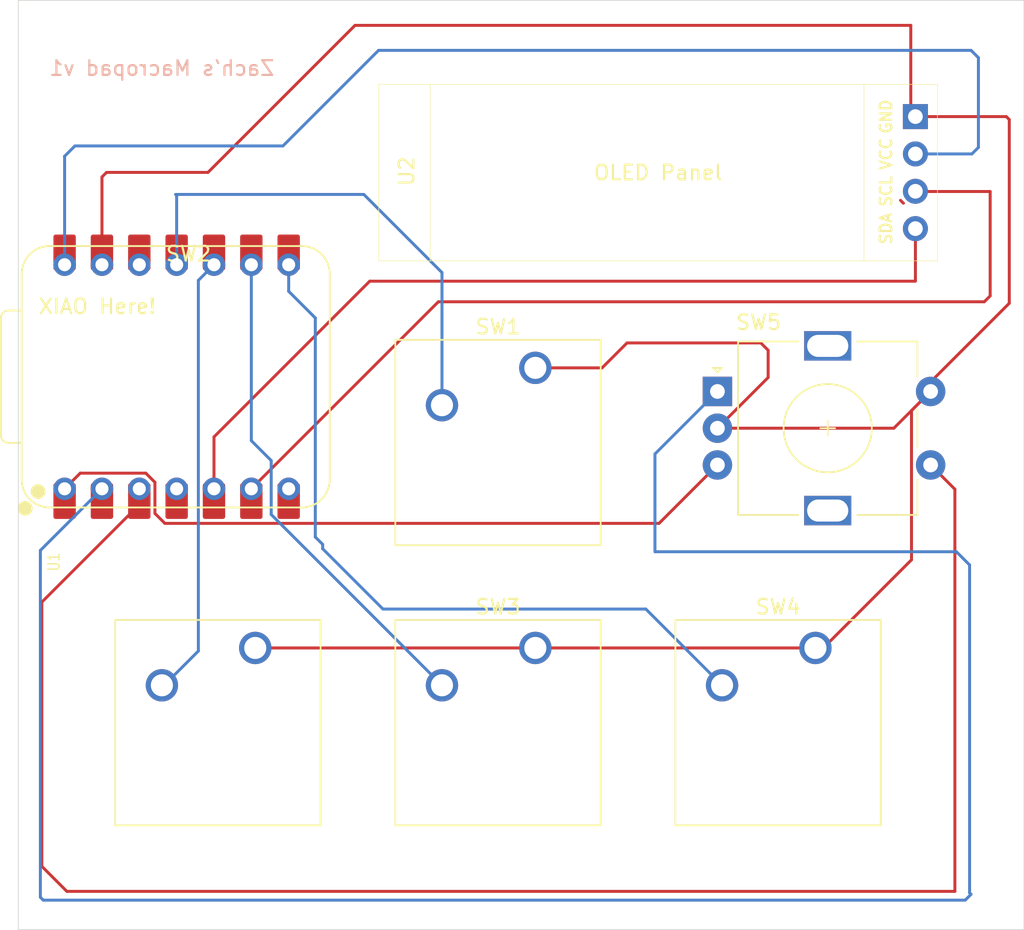
<source format=kicad_pcb>
(kicad_pcb (version 20241229) (generator "pcbnew") (generator_version "9.0")
  (layers (0 "F.Cu" signal) (2 "B.Cu" signal) (13 "F.Paste" user) (15 "B.Paste" user) (5 "F.SilkS" user "F.Silkscreen") (7 "B.SilkS" user "B.Silkscreen") (1 "F.Mask" user) (3 "B.Mask" user) (25 "Edge.Cuts" user))
  (net 0 "")
  (net 1 "Net-(U1-GPIO3{slash}MOSI)")
  (net 2 "GND")
  (net 3 "Net-(U1-GPIO4{slash}MISO)")
  (net 4 "Net-(U1-GPIO2{slash}SCK)")
  (net 5 "Net-(U1-GPIO1{slash}RX)")
  (net 6 "Net-(U1-GPIO28{slash}ADC2{slash}A2)")
  (net 7 "Net-(U1-GPIO27{slash}ADC1{slash}A1)")
  (net 8 "Net-(U1-GPIO26{slash}ADC0{slash}A0)")
  (net 10 "Net-(U1-GPIO7{slash}SCL)")
  (net 12 "Net-(U1-GPIO6{slash}SDA)")
  (net 14 "VCC")
  (footprint "Rotary_Encoder:RotaryEncoder_Alps_EC11E-Switch_Vertical_H20mm" (layer "F.Cu") (at 138.75 63.2)
    (property "Reference" "SW5" (at 2.8 -4.7 0) (layer "F.SilkS"))
    (property "Value" "RotaryEncoder_Switch")
    (fp_line (start -0.3 -1.6) (end 0.3 -1.6) (stroke (width 0.12)) (layer "F.SilkS"))
    (fp_line (start 0 -1.3) (end -0.3 -1.6) (stroke (width 0.12)) (layer "F.SilkS"))
    (fp_line (start 0.3 -1.6) (end 0 -1.3) (stroke (width 0.12)) (layer "F.SilkS"))
    (fp_line (start 1.4 -3.4) (end 1.4 8.4) (stroke (width 0.12)) (layer "F.SilkS"))
    (fp_line (start 5.5 -3.4) (end 1.4 -3.4) (stroke (width 0.12)) (layer "F.SilkS"))
    (fp_line (start 5.5 8.4) (end 1.4 8.4) (stroke (width 0.12)) (layer "F.SilkS"))
    (fp_line (start 7 2.5) (end 8 2.5) (stroke (width 0.12)) (layer "F.SilkS"))
    (fp_line (start 7.5 2) (end 7.5 3) (stroke (width 0.12)) (layer "F.SilkS"))
    (fp_line (start 9.5 -3.4) (end 13.6 -3.4) (stroke (width 0.12)) (layer "F.SilkS"))
    (fp_line (start 13.6 -3.4) (end 13.6 -1) (stroke (width 0.12)) (layer "F.SilkS"))
    (fp_line (start 13.6 1.2) (end 13.6 3.8) (stroke (width 0.12)) (layer "F.SilkS"))
    (fp_line (start 13.6 6) (end 13.6 8.4) (stroke (width 0.12)) (layer "F.SilkS"))
    (fp_line (start 13.6 8.4) (end 9.5 8.4) (stroke (width 0.12)) (layer "F.SilkS"))
    (fp_circle (center 7.5 2.5) (end 10.5 2.5) (stroke (width 0.12)) (fill no) (layer "F.SilkS"))
    (pad "A" thru_hole rect (at 0 0) (size 2 2) (drill 1) (layers "*.Cu" "*.Mask") (net 7 "Net-(U1-GPIO27{slash}ADC1{slash}A1)"))
    (pad "B" thru_hole circle (at 0 5) (size 2 2) (drill 1) (layers "*.Cu" "*.Mask") (net 8 "Net-(U1-GPIO26{slash}ADC0{slash}A0)"))
    (pad "C" thru_hole circle (at 0 2.5) (size 2 2) (drill 1) (layers "*.Cu" "*.Mask") (net 2 "GND"))
    (pad "MP" thru_hole rect (at 7.5 -3.1) (size 3.2 2) (drill oval 2.8 1.5) (layers "*.Cu" "*.Mask"))
    (pad "MP" thru_hole rect (at 7.5 8.1) (size 3.2 2) (drill oval 2.8 1.5) (layers "*.Cu" "*.Mask"))
    (pad "S1" thru_hole circle (at 14.5 5) (size 2 2) (drill 1) (layers "*.Cu" "*.Mask") (net 6 "Net-(U1-GPIO28{slash}ADC2{slash}A2)"))
    (pad "S2" thru_hole circle (at 14.5 0) (size 2 2) (drill 1) (layers "*.Cu" "*.Mask") (net 2 "GND"))
  )
  (footprint "Button_Switch_Keyboard:SW_Cherry_MX_1.00u_PCB" (layer "F.Cu") (at 145.415 80.645)
    (property "Reference" "SW4" (at -2.54 -2.794 0) (layer "F.SilkS"))
    (property "Value" "SW_Push")
    (fp_line (start -9.525 -1.905) (end 4.445 -1.905) (stroke (width 0.12)) (layer "F.SilkS"))
    (fp_line (start -9.525 12.065) (end -9.525 -1.905) (stroke (width 0.12)) (layer "F.SilkS"))
    (fp_line (start 4.445 -1.905) (end 4.445 12.065) (stroke (width 0.12)) (layer "F.SilkS"))
    (fp_line (start 4.445 12.065) (end -9.525 12.065) (stroke (width 0.12)) (layer "F.SilkS"))
    (pad "" np_thru_hole circle (at -7.62 5.08) (size 1.7 1.7) (drill 1.7) (layers "*.Cu" "*.Mask"))
    (pad "" np_thru_hole circle (at -2.54 5.08) (size 4 4) (drill 4) (layers "*.Cu" "*.Mask"))
    (pad "" np_thru_hole circle (at 2.54 5.08) (size 1.7 1.7) (drill 1.7) (layers "*.Cu" "*.Mask"))
    (pad "1" thru_hole circle (at 0 0) (size 2.2 2.2) (drill 1.5) (layers "*.Cu" "*.Mask") (net 2 "GND"))
    (pad "2" thru_hole circle (at -6.35 2.54) (size 2.2 2.2) (drill 1.5) (layers "*.Cu" "*.Mask") (net 5 "Net-(U1-GPIO1{slash}RX)"))
  )
  (footprint "KiCad-SSD1306-0.91-OLED-4pin-128x32.pretty-master:SSD1306-0.91-OLED-4pin-128x32" (layer "F.Cu") (at 115.715 42.315)
    (property "Reference" "U2" (at 1.9 5.91 90) (layer "F.SilkS"))
    (property "Value" "DM-OLED096-636")
    (fp_line (start 0 0) (end 0 12) (stroke (width 0.04)) (layer "F.SilkS"))
    (fp_line (start 0 12) (end 38 12) (stroke (width 0.04)) (layer "F.SilkS"))
    (fp_line (start 3.5 0) (end 3.5 12) (stroke (width 0.04)) (layer "F.SilkS"))
    (fp_line (start 33 0) (end 33 12) (stroke (width 0.04)) (layer "F.SilkS"))
    (fp_line (start 38 0) (end 0 0) (stroke (width 0.04)) (layer "F.SilkS"))
    (fp_line (start 38 12) (end 38 0) (stroke (width 0.04)) (layer "F.SilkS"))
    (fp_text user "SCL" (at 34.5 7.27 270) (layer "F.SilkS") (effects (font (size 0.8 0.75))))
    (fp_text user "SDA" (at 34.5 9.81 270) (layer "F.SilkS") (effects (font (size 0.8 0.75))))
    (fp_text user "OLED Panel" (at 19 6 0) (layer "F.SilkS"))
    (fp_text user "VCC" (at 34.5 4.73 270) (layer "F.SilkS") (effects (font (size 0.8 0.75))))
    (fp_text user "GND" (at 34.5 2.19 270) (layer "F.SilkS") (effects (font (size 0.8 0.75))))
    (pad "1" thru_hole rect (at 36.5 2.19) (size 1.7 1.7) (drill 1) (layers "*.Cu" "*.Mask") (net 2 "GND"))
    (pad "2" thru_hole oval (at 36.5 4.73) (size 1.7 1.7) (drill 1) (layers "*.Cu" "*.Mask") (net 14 "VCC"))
    (pad "3" thru_hole oval (at 36.5 7.27) (size 1.7 1.7) (drill 1) (layers "*.Cu" "*.Mask") (net 10 "Net-(U1-GPIO7{slash}SCL)"))
    (pad "4" thru_hole oval (at 36.5 9.81) (size 1.7 1.7) (drill 1) (layers "*.Cu" "*.Mask") (net 12 "Net-(U1-GPIO6{slash}SDA)"))
  )
  (footprint "Button_Switch_Keyboard:SW_Cherry_MX_1.00u_PCB" (layer "F.Cu") (at 126.365 80.645)
    (property "Reference" "SW3" (at -2.54 -2.794 0) (layer "F.SilkS"))
    (property "Value" "SW_Push")
    (fp_line (start -9.525 -1.905) (end 4.445 -1.905) (stroke (width 0.12)) (layer "F.SilkS"))
    (fp_line (start -9.525 12.065) (end -9.525 -1.905) (stroke (width 0.12)) (layer "F.SilkS"))
    (fp_line (start 4.445 -1.905) (end 4.445 12.065) (stroke (width 0.12)) (layer "F.SilkS"))
    (fp_line (start 4.445 12.065) (end -9.525 12.065) (stroke (width 0.12)) (layer "F.SilkS"))
    (pad "" np_thru_hole circle (at -7.62 5.08) (size 1.7 1.7) (drill 1.7) (layers "*.Cu" "*.Mask"))
    (pad "" np_thru_hole circle (at -2.54 5.08) (size 4 4) (drill 4) (layers "*.Cu" "*.Mask"))
    (pad "" np_thru_hole circle (at 2.54 5.08) (size 1.7 1.7) (drill 1.7) (layers "*.Cu" "*.Mask"))
    (pad "1" thru_hole circle (at 0 0) (size 2.2 2.2) (drill 1.5) (layers "*.Cu" "*.Mask") (net 2 "GND"))
    (pad "2" thru_hole circle (at -6.35 2.54) (size 2.2 2.2) (drill 1.5) (layers "*.Cu" "*.Mask") (net 4 "Net-(U1-GPIO2{slash}SCK)"))
  )
  (footprint "Seeed Studio XIAO Series Library:XIAO-RP2040-DIP" (layer "F.Cu") (at 101.9685 62.2 90)
    (property "Reference" "U1" (at -12.6 -8.3685 90) (layer "F.SilkS") (effects (font (size 0.8 0.635) (thickness 0.1016))))
    (property "Value" "XIAO-RP2040-DIP")
    (fp_line (start -3.991272 -11.951) (end 4.004 -11.951) (stroke (width 0.127)) (layer "F.SilkS"))
    (fp_line (start 4.504 -11.451) (end 4.504 -10.541) (stroke (width 0.127)) (layer "F.SilkS"))
    (fp_line (start 6.985 -10.541) (end -6.985 -10.541) (stroke (width 0.1)) (layer "F.SilkS"))
    (fp_line (start 6.985 -10.541) (end -6.985 -10.541) (stroke (width 0.127)) (layer "F.SilkS"))
    (fp_line (start -4.495 -10.541) (end -4.491272 -11.451272) (stroke (width 0.127)) (layer "F.SilkS"))
    (fp_line (start 8.89 8.509) (end 8.89 -8.636) (stroke (width 0.127)) (layer "F.SilkS"))
    (fp_line (start -8.89 8.509) (end -8.89 -8.636) (stroke (width 0.127)) (layer "F.SilkS"))
    (fp_line (start -6.985 10.414) (end 6.985 10.414) (stroke (width 0.127)) (layer "F.SilkS"))
    (fp_arc (start 4.004 -11.951) (mid 4.357553 -11.804553) (end 4.504 -11.451) (stroke (width 0.127)) (layer "F.SilkS"))
    (fp_arc (start -4.491272 -11.451272) (mid -4.344728 -11.80464) (end -3.991272 -11.951) (stroke (width 0.127)) (layer "F.SilkS"))
    (fp_arc (start 6.985 -10.541) (mid 8.332038 -9.983038) (end 8.89 -8.636) (stroke (width 0.127)) (layer "F.SilkS"))
    (fp_arc (start -8.89 -8.636) (mid -8.332038 -9.983038) (end -6.985 -10.541) (stroke (width 0.127)) (layer "F.SilkS"))
    (fp_arc (start 8.89 8.509) (mid 8.332038 9.856038) (end 6.985 10.414) (stroke (width 0.127)) (layer "F.SilkS"))
    (fp_arc (start -6.985 10.414) (mid -8.332038 9.856038) (end -8.89 8.509) (stroke (width 0.127)) (layer "F.SilkS"))
    (fp_circle (center -8.95 -10.3) (end -8.95 -10.554) (stroke (width 0.5)) (fill yes) (layer "F.SilkS"))
    (fp_circle (center -7.807 -9.42) (end -7.807 -9.674) (stroke (width 0.5)) (fill yes) (layer "F.SilkS"))
    (pad "1" smd roundrect (at -8.455 -7.62 270) (size 2.432 1.524) (layers "F.Cu" "F.Mask") (roundrect_rratio 0.1) (net 8 "Net-(U1-GPIO26{slash}ADC0{slash}A0)"))
    (pad "1" thru_hole circle (at -7.62 -7.62 270) (size 1.524 1.524) (drill 0.889) (layers "*.Cu" "*.Mask") (net 8 "Net-(U1-GPIO26{slash}ADC0{slash}A0)"))
    (pad "2" smd roundrect (at -8.455 -5.08 270) (size 2.432 1.524) (layers "F.Cu" "F.Mask") (roundrect_rratio 0.1) (net 7 "Net-(U1-GPIO27{slash}ADC1{slash}A1)"))
    (pad "2" thru_hole circle (at -7.62 -5.08 270) (size 1.524 1.524) (drill 0.889) (layers "*.Cu" "*.Mask") (net 7 "Net-(U1-GPIO27{slash}ADC1{slash}A1)"))
    (pad "3" smd roundrect (at -8.455 -2.54 270) (size 2.432 1.524) (layers "F.Cu" "F.Mask") (roundrect_rratio 0.1) (net 6 "Net-(U1-GPIO28{slash}ADC2{slash}A2)"))
    (pad "3" thru_hole circle (at -7.62 -2.54 270) (size 1.524 1.524) (drill 0.889) (layers "*.Cu" "*.Mask") (net 6 "Net-(U1-GPIO28{slash}ADC2{slash}A2)"))
    (pad "4" smd roundrect (at -8.455 0 270) (size 2.432 1.524) (layers "F.Cu" "F.Mask") (roundrect_rratio 0.1))
    (pad "4" thru_hole circle (at -7.62 0 270) (size 1.524 1.524) (drill 0.889) (layers "*.Cu" "*.Mask"))
    (pad "5" smd roundrect (at -8.455 2.54 270) (size 2.432 1.524) (layers "F.Cu" "F.Mask") (roundrect_rratio 0.1) (net 12 "Net-(U1-GPIO6{slash}SDA)"))
    (pad "5" thru_hole circle (at -7.62 2.54 270) (size 1.524 1.524) (drill 0.889) (layers "*.Cu" "*.Mask") (net 12 "Net-(U1-GPIO6{slash}SDA)"))
    (pad "6" smd roundrect (at -8.455 5.08 270) (size 2.432 1.524) (layers "F.Cu" "F.Mask") (roundrect_rratio 0.1) (net 10 "Net-(U1-GPIO7{slash}SCL)"))
    (pad "6" thru_hole circle (at -7.62 5.08 270) (size 1.524 1.524) (drill 0.889) (layers "*.Cu" "*.Mask") (net 10 "Net-(U1-GPIO7{slash}SCL)"))
    (pad "7" smd roundrect (at -8.455 7.62 270) (size 2.432 1.524) (layers "F.Cu" "F.Mask") (roundrect_rratio 0.1))
    (pad "7" thru_hole circle (at -7.62 7.62 270) (size 1.524 1.524) (drill 0.889) (layers "*.Cu" "*.Mask"))
    (pad "8" thru_hole circle (at 7.62 7.62 90) (size 1.524 1.524) (drill 0.889) (layers "*.Cu" "*.Mask") (net 5 "Net-(U1-GPIO1{slash}RX)"))
    (pad "8" smd roundrect (at 8.455 7.62 90) (size 2.432 1.524) (layers "F.Cu" "F.Mask") (roundrect_rratio 0.1) (net 5 "Net-(U1-GPIO1{slash}RX)"))
    (pad "9" thru_hole circle (at 7.62 5.08 90) (size 1.524 1.524) (drill 0.889) (layers "*.Cu" "*.Mask") (net 4 "Net-(U1-GPIO2{slash}SCK)"))
    (pad "9" smd roundrect (at 8.455 5.08 90) (size 2.432 1.524) (layers "F.Cu" "F.Mask") (roundrect_rratio 0.1) (net 4 "Net-(U1-GPIO2{slash}SCK)"))
    (pad "10" thru_hole circle (at 7.62 2.54 90) (size 1.524 1.524) (drill 0.889) (layers "*.Cu" "*.Mask") (net 3 "Net-(U1-GPIO4{slash}MISO)"))
    (pad "10" smd roundrect (at 8.455 2.54 90) (size 2.432 1.524) (layers "F.Cu" "F.Mask") (roundrect_rratio 0.1) (net 3 "Net-(U1-GPIO4{slash}MISO)"))
    (pad "11" thru_hole circle (at 7.62 0 90) (size 1.524 1.524) (drill 0.889) (layers "*.Cu" "*.Mask") (net 1 "Net-(U1-GPIO3{slash}MOSI)"))
    (pad "11" smd roundrect (at 8.455 0 90) (size 2.432 1.524) (layers "F.Cu" "F.Mask") (roundrect_rratio 0.1) (net 1 "Net-(U1-GPIO3{slash}MOSI)"))
    (pad "12" thru_hole circle (at 7.62 -2.54 90) (size 1.524 1.524) (drill 0.889) (layers "*.Cu" "*.Mask"))
    (pad "12" smd roundrect (at 8.455 -2.54 90) (size 2.432 1.524) (layers "F.Cu" "F.Mask") (roundrect_rratio 0.1))
    (pad "13" thru_hole circle (at 7.62 -5.08 90) (size 1.524 1.524) (drill 0.889) (layers "*.Cu" "*.Mask") (net 2 "GND"))
    (pad "13" smd roundrect (at 8.455 -5.08 90) (size 2.432 1.524) (layers "F.Cu" "F.Mask") (roundrect_rratio 0.1) (net 2 "GND"))
    (pad "14" thru_hole circle (at 7.62 -7.62 90) (size 1.524 1.524) (drill 0.889) (layers "*.Cu" "*.Mask") (net 14 "VCC"))
    (pad "14" smd roundrect (at 8.455 -7.62 90) (size 2.432 1.524) (layers "F.Cu" "F.Mask") (roundrect_rratio 0.1) (net 14 "VCC"))
  )
  (footprint "Button_Switch_Keyboard:SW_Cherry_MX_1.00u_PCB" (layer "F.Cu") (at 107.315 80.645)
    (property "Reference" "SW2" (at -4.54 -26.804 0) (layer "F.SilkS"))
    (property "Value" "SW_Push")
    (fp_line (start -9.525 -1.905) (end 4.445 -1.905) (stroke (width 0.12)) (layer "F.SilkS"))
    (fp_line (start -9.525 12.065) (end -9.525 -1.905) (stroke (width 0.12)) (layer "F.SilkS"))
    (fp_line (start 4.445 -1.905) (end 4.445 12.065) (stroke (width 0.12)) (layer "F.SilkS"))
    (fp_line (start 4.445 12.065) (end -9.525 12.065) (stroke (width 0.12)) (layer "F.SilkS"))
    (pad "" np_thru_hole circle (at -7.62 5.08) (size 1.7 1.7) (drill 1.7) (layers "*.Cu" "*.Mask"))
    (pad "" np_thru_hole circle (at -2.54 5.08) (size 4 4) (drill 4) (layers "*.Cu" "*.Mask"))
    (pad "" np_thru_hole circle (at 2.54 5.08) (size 1.7 1.7) (drill 1.7) (layers "*.Cu" "*.Mask"))
    (pad "1" thru_hole circle (at 0 0) (size 2.2 2.2) (drill 1.5) (layers "*.Cu" "*.Mask") (net 2 "GND"))
    (pad "2" thru_hole circle (at -6.35 2.54) (size 2.2 2.2) (drill 1.5) (layers "*.Cu" "*.Mask") (net 3 "Net-(U1-GPIO4{slash}MISO)"))
  )
  (footprint "Button_Switch_Keyboard:SW_Cherry_MX_1.00u_PCB" (layer "F.Cu") (at 126.365 61.595)
    (property "Reference" "SW1" (at -2.54 -2.794 0) (layer "F.SilkS"))
    (property "Value" "SW_Push")
    (fp_line (start -9.525 -1.905) (end 4.445 -1.905) (stroke (width 0.12)) (layer "F.SilkS"))
    (fp_line (start -9.525 12.065) (end -9.525 -1.905) (stroke (width 0.12)) (layer "F.SilkS"))
    (fp_line (start 4.445 -1.905) (end 4.445 12.065) (stroke (width 0.12)) (layer "F.SilkS"))
    (fp_line (start 4.445 12.065) (end -9.525 12.065) (stroke (width 0.12)) (layer "F.SilkS"))
    (pad "" np_thru_hole circle (at -7.62 5.08) (size 1.7 1.7) (drill 1.7) (layers "*.Cu" "*.Mask"))
    (pad "" np_thru_hole circle (at -2.54 5.08) (size 4 4) (drill 4) (layers "*.Cu" "*.Mask"))
    (pad "" np_thru_hole circle (at 2.54 5.08) (size 1.7 1.7) (drill 1.7) (layers "*.Cu" "*.Mask"))
    (pad "1" thru_hole circle (at 0 0) (size 2.2 2.2) (drill 1.5) (layers "*.Cu" "*.Mask") (net 2 "GND"))
    (pad "2" thru_hole circle (at -6.35 2.54) (size 2.2 2.2) (drill 1.5) (layers "*.Cu" "*.Mask") (net 1 "Net-(U1-GPIO3{slash}MOSI)"))
  )
  (gr_rect (start 91.2 36.6) (end 159.6 99.8) (stroke (width 0.05)) (fill no) (layer "Edge.Cuts"))
  (gr_text "XIAO Here!" (at 92.5 58 0) (layer "F.SilkS") (effects (font (size 1 1)) (justify left bottom)))
  (gr_text "Zach's Macropad v1" (at 108.7 41.8 0) (layer "B.SilkS") (effects (font (size 1 1)) (justify left bottom mirror)))
  (segment (start 151.20224 50.2) (end 151.40112 50.39888) (width 0.2) (layer "F.Cu") (net 0))
  (segment (start 114.7 49.8) (end 101.9 49.8) (width 0.2) (layer "B.Cu") (net 1))
  (segment (start 101.9 49.8) (end 101.9685 49.8685) (width 0.2) (layer "B.Cu") (net 1))
  (segment (start 101.9685 49.8685) (end 101.9685 54.58) (width 0.2) (layer "B.Cu") (net 1))
  (segment (start 120.015 55.115) (end 114.7 49.8) (width 0.2) (layer "B.Cu") (net 1))
  (segment (start 120.015 64.135) (end 120.015 55.115) (width 0.2) (layer "B.Cu") (net 1))
  (segment (start 151.949 64.501) (end 153.25 63.2) (width 0.2) (layer "F.Cu") (net 2))
  (segment (start 152.215 44.385) (end 152.4 44.2) (width 0.2) (layer "F.Cu") (net 2))
  (segment (start 126.365 80.965) (end 126.6 81.2) (width 0.2) (layer "F.Cu") (net 2))
  (segment (start 152.4 44.2) (end 151.9 43.7) (width 0.2) (layer "F.Cu") (net 2))
  (segment (start 142.2 60.4) (end 142.2 62.25) (width 0.2) (layer "F.Cu") (net 2))
  (segment (start 145.645 80.645) (end 145.8 80.8) (width 0.2) (layer "F.Cu") (net 2))
  (segment (start 96.8885 48.6115) (end 96.8885 53.745) (width 0.2) (layer "F.Cu") (net 2))
  (segment (start 153.25 62.65) (end 153.2 62.6) (width 0.2) (layer "F.Cu") (net 2))
  (segment (start 153.25 63.2) (end 153.25 62.65) (width 0.2) (layer "F.Cu") (net 2))
  (segment (start 145.415 80.645) (end 145.645 80.645) (width 0.2) (layer "F.Cu") (net 2))
  (segment (start 145.415 80.645) (end 145.415 80.715) (width 0.2) (layer "F.Cu") (net 2))
  (segment (start 142.2 62.25) (end 138.75 65.7) (width 0.2) (layer "F.Cu") (net 2))
  (segment (start 145.8 80.8) (end 151.949 74.651) (width 0.2) (layer "F.Cu") (net 2))
  (segment (start 151.949 74.651) (end 151.949 64.501) (width 0.2) (layer "F.Cu") (net 2))
  (segment (start 158.6 57.2) (end 158.6 44.71) (width 0.2) (layer "F.Cu") (net 2))
  (segment (start 107.315 80.645) (end 126.365 80.645) (width 0.2) (layer "F.Cu") (net 2))
  (segment (start 141.7 59.9) (end 142.2 60.4) (width 0.2) (layer "F.Cu") (net 2))
  (segment (start 151.9 38.3) (end 114.1 38.3) (width 0.2) (layer "F.Cu") (net 2))
  (segment (start 158.395 44.505) (end 152.215 44.505) (width 0.2) (layer "F.Cu") (net 2))
  (segment (start 126.365 80.645) (end 126.365 80.965) (width 0.2) (layer "F.Cu") (net 2))
  (segment (start 152.215 44.505) (end 152.215 44.385) (width 0.2) (layer "F.Cu") (net 2))
  (segment (start 145.415 80.715) (end 145.6 80.9) (width 0.2) (layer "F.Cu") (net 2))
  (segment (start 126.365 61.595) (end 130.905 61.595) (width 0.2) (layer "F.Cu") (net 2))
  (segment (start 114.1 38.3) (end 104.1 48.3) (width 0.2) (layer "F.Cu") (net 2))
  (segment (start 158.6 44.71) (end 158.395 44.505) (width 0.2) (layer "F.Cu") (net 2))
  (segment (start 150.75 65.7) (end 153.25 63.2) (width 0.2) (layer "F.Cu") (net 2))
  (segment (start 138.75 65.7) (end 150.75 65.7) (width 0.2) (layer "F.Cu") (net 2))
  (segment (start 126.365 80.645) (end 145.415 80.645) (width 0.2) (layer "F.Cu") (net 2))
  (segment (start 132.6 59.9) (end 141.7 59.9) (width 0.2) (layer "F.Cu") (net 2))
  (segment (start 104.1 48.3) (end 97.2 48.3) (width 0.2) (layer "F.Cu") (net 2))
  (segment (start 130.905 61.595) (end 132.6 59.9) (width 0.2) (layer "F.Cu") (net 2))
  (segment (start 151.9 43.7) (end 151.9 38.3) (width 0.2) (layer "F.Cu") (net 2))
  (segment (start 97.2 48.3) (end 96.8885 48.6115) (width 0.2) (layer "F.Cu") (net 2))
  (segment (start 153.2 62.6) (end 158.6 57.2) (width 0.2) (layer "F.Cu") (net 2))
  (segment (start 100.965 83.185) (end 101.115 83.185) (width 0.2) (layer "F.Cu") (net 3))
  (segment (start 101.115 83.185) (end 101.2 83.1) (width 0.2) (layer "F.Cu") (net 3))
  (via (at 101.2 83.1) (size 0.6) (drill 0.3) (layers "F.Cu" "B.Cu") (net 3))
  (segment (start 103.4455 55.643) (end 104.5085 54.58) (width 0.2) (layer "B.Cu") (net 3))
  (segment (start 103.4455 80.8545) (end 103.4455 55.643) (width 0.2) (layer "B.Cu") (net 3))
  (segment (start 101.2 83.1) (end 103.4455 80.8545) (width 0.2) (layer "B.Cu") (net 3))
  (segment (start 120.085 83.185) (end 120.1 83.2) (width 0.2) (layer "F.Cu") (net 4))
  (segment (start 120.015 83.185) (end 120.085 83.185) (width 0.2) (layer "F.Cu") (net 4))
  (segment (start 108.4 71.57) (end 108.4 67.9) (width 0.2) (layer "B.Cu") (net 4))
  (segment (start 107.0485 66.5485) (end 107.0485 54.58) (width 0.2) (layer "B.Cu") (net 4))
  (segment (start 120.015 83.185) (end 108.4 71.57) (width 0.2) (layer "B.Cu") (net 4))
  (segment (start 108.4 67.9) (end 107.0485 66.5485) (width 0.2) (layer "B.Cu") (net 4))
  (segment (start 111.4 73.1) (end 111.4 58.2) (width 0.2) (layer "B.Cu") (net 5))
  (segment (start 133.88 78) (end 116 78) (width 0.2) (layer "B.Cu") (net 5))
  (segment (start 111.9 73.6) (end 111.4 73.1) (width 0.2) (layer "B.Cu") (net 5))
  (segment (start 109.5885 56.3885) (end 109.5885 54.58) (width 0.2) (layer "B.Cu") (net 5))
  (segment (start 139.065 83.185) (end 133.88 78) (width 0.2) (layer "B.Cu") (net 5))
  (segment (start 111.4 58.2) (end 109.5885 56.3885) (width 0.2) (layer "B.Cu") (net 5))
  (segment (start 111.9 73.9) (end 111.9 73.6) (width 0.2) (layer "B.Cu") (net 5))
  (segment (start 116 78) (end 111.9 73.9) (width 0.2) (layer "B.Cu") (net 5))
  (segment (start 92.8 95.5) (end 92.8 77.52613) (width 0.2) (layer "F.Cu") (net 6))
  (segment (start 153.25 68.2) (end 154.9 69.85) (width 0.2) (layer "F.Cu") (net 6))
  (segment (start 154.9 97.2) (end 94.5 97.2) (width 0.2) (layer "F.Cu") (net 6))
  (segment (start 99.4285 70.89763) (end 99.4285 69.82) (width 0.2) (layer "F.Cu") (net 6))
  (segment (start 92.8 77.52613) (end 99.4285 70.89763) (width 0.2) (layer "F.Cu") (net 6))
  (segment (start 154.9 69.85) (end 154.9 97.2) (width 0.2) (layer "F.Cu") (net 6))
  (segment (start 94.5 97.2) (end 92.8 95.5) (width 0.2) (layer "F.Cu") (net 6))
  (segment (start 156 97.4) (end 155.6 97.8) (width 0.2) (layer "B.Cu") (net 7))
  (segment (start 92.7 74.0085) (end 96.8885 69.82) (width 0.2) (layer "B.Cu") (net 7))
  (segment (start 155.6 97.8) (end 92.9 97.8) (width 0.2) (layer "B.Cu") (net 7))
  (segment (start 155.9 97.3) (end 156 97.4) (width 0.2) (layer "B.Cu") (net 7))
  (segment (start 138.75 63.2) (end 134.5 67.45) (width 0.2) (layer "B.Cu") (net 7))
  (segment (start 134.5 67.45) (end 134.5 74.1) (width 0.2) (layer "B.Cu") (net 7))
  (segment (start 92.7 97.6) (end 92.7 74.0085) (width 0.2) (layer "B.Cu") (net 7))
  (segment (start 134.5 74.1) (end 155 74.1) (width 0.2) (layer "B.Cu") (net 7))
  (segment (start 92.9 97.8) (end 92.7 97.6) (width 0.2) (layer "B.Cu") (net 7))
  (segment (start 155 74.1) (end 155.9 75) (width 0.2) (layer "B.Cu") (net 7))
  (segment (start 155.9 75) (end 155.9 97.3) (width 0.2) (layer "B.Cu") (net 7))
  (segment (start 101.166874 72.172) (end 100.4915 71.496626) (width 0.2) (layer "F.Cu") (net 8))
  (segment (start 100.4915 69.37969) (end 99.86881 68.757) (width 0.2) (layer "F.Cu") (net 8))
  (segment (start 138.75 68.2) (end 134.778 72.172) (width 0.2) (layer "F.Cu") (net 8))
  (segment (start 100.4915 71.496626) (end 100.4915 69.37969) (width 0.2) (layer "F.Cu") (net 8))
  (segment (start 134.778 72.172) (end 101.166874 72.172) (width 0.2) (layer "F.Cu") (net 8))
  (segment (start 95.4115 68.757) (end 94.3485 69.82) (width 0.2) (layer "F.Cu") (net 8))
  (segment (start 99.86881 68.757) (end 95.4115 68.757) (width 0.2) (layer "F.Cu") (net 8))
  (segment (start 152.23 49.6) (end 157.3 49.6) (width 0.2) (layer "F.Cu") (net 10))
  (segment (start 157.3 49.6) (end 157.3 56.7) (width 0.2) (layer "F.Cu") (net 10))
  (segment (start 119.7685 57.1) (end 107.0485 69.82) (width 0.2) (layer "F.Cu") (net 10))
  (segment (start 156.9 57.1) (end 119.7685 57.1) (width 0.2) (layer "F.Cu") (net 10))
  (segment (start 157.3 56.7) (end 156.9 57.1) (width 0.2) (layer "F.Cu") (net 10))
  (segment (start 152.215 49.585) (end 152.23 49.6) (width 0.2) (layer "F.Cu") (net 10))
  (segment (start 152.2 55.7) (end 115.1 55.7) (width 0.2) (layer "F.Cu") (net 12))
  (segment (start 152.215 55.685) (end 152.2 55.7) (width 0.2) (layer "F.Cu") (net 12))
  (segment (start 115.1 55.7) (end 104.5085 66.2915) (width 0.2) (layer "F.Cu") (net 12))
  (segment (start 104.5085 66.2915) (end 104.5085 70.655) (width 0.2) (layer "F.Cu") (net 12))
  (segment (start 152.215 52.125) (end 152.215 55.685) (width 0.2) (layer "F.Cu") (net 12))
  (segment (start 94.3485 47.2) (end 94.3485 54.58) (width 0.2) (layer "B.Cu") (net 14))
  (segment (start 156.055 47.045) (end 156.5 46.6) (width 0.2) (layer "B.Cu") (net 14))
  (segment (start 156.5 40.5) (end 156 40) (width 0.2) (layer "B.Cu") (net 14))
  (segment (start 152.215 47.045) (end 156.055 47.045) (width 0.2) (layer "B.Cu") (net 14))
  (segment (start 156 40) (end 115.7 40) (width 0.2) (layer "B.Cu") (net 14))
  (segment (start 115.7 40) (end 109.2 46.5) (width 0.2) (layer "B.Cu") (net 14))
  (segment (start 109.2 46.5) (end 95.0485 46.5) (width 0.2) (layer "B.Cu") (net 14))
  (segment (start 95.0485 46.5) (end 94.3485 47.2) (width 0.2) (layer "B.Cu") (net 14))
  (segment (start 156.5 46.6) (end 156.5 40.5) (width 0.2) (layer "B.Cu") (net 14))
)
</source>
